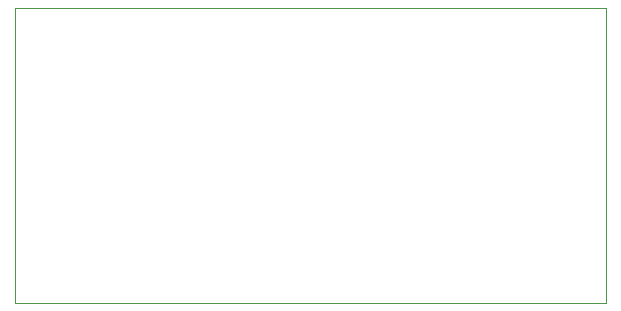
<source format=gm1>
G04 #@! TF.FileFunction,Profile,NP*
%FSLAX46Y46*%
G04 Gerber Fmt 4.6, Leading zero omitted, Abs format (unit mm)*
G04 Created by KiCad (PCBNEW 0.201507042246+5884~23~ubuntu14.04.1-product) date Wed 08 Jul 2015 10:22:00 AM CEST*
%MOMM*%
G01*
G04 APERTURE LIST*
%ADD10C,0.100000*%
G04 APERTURE END LIST*
D10*
X105000000Y-120000000D02*
X105000000Y-145000000D01*
X155000000Y-120000000D02*
X105000000Y-120000000D01*
X155000000Y-145000000D02*
X155000000Y-120000000D01*
X105000000Y-145000000D02*
X155000000Y-145000000D01*
M02*

</source>
